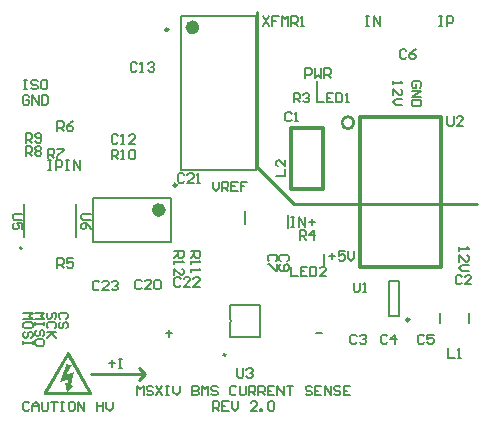
<source format=gto>
G04*
G04 #@! TF.GenerationSoftware,Altium Limited,Altium Designer,20.0.13 (296)*
G04*
G04 Layer_Color=65535*
%FSLAX25Y25*%
%MOIN*%
G70*
G01*
G75*
%ADD10C,0.00787*%
%ADD11C,0.02362*%
%ADD12C,0.00984*%
%ADD13C,0.01000*%
%ADD14C,0.00600*%
%ADD15C,0.01200*%
%ADD16C,0.00591*%
G36*
X19530Y21423D02*
X19623Y21377D01*
X19646Y21354D01*
X19692Y21308D01*
X19808Y21169D01*
X27282Y8026D01*
X27305Y8002D01*
X27329Y7956D01*
X27352Y7863D01*
Y7748D01*
Y7725D01*
Y7655D01*
X27305Y7563D01*
X27259Y7447D01*
X27236Y7424D01*
X27213Y7378D01*
X27143Y7308D01*
X27051Y7239D01*
X27028D01*
X26958Y7216D01*
X26866Y7192D01*
X26704Y7169D01*
X11616D01*
X11524Y7192D01*
X11431Y7239D01*
X11408Y7262D01*
X11385Y7308D01*
X11246Y7447D01*
Y7470D01*
X11223Y7540D01*
X11200Y7632D01*
X11177Y7725D01*
Y7748D01*
Y7817D01*
Y7910D01*
X11200Y7979D01*
Y8002D01*
X11223Y8026D01*
X11293Y8072D01*
X18790Y21169D01*
X18813Y21192D01*
X18836Y21238D01*
X18975Y21377D01*
X18998Y21400D01*
X19068Y21423D01*
X19160Y21447D01*
X19322Y21470D01*
X19438D01*
X19530Y21423D01*
D02*
G37*
%LPC*%
G36*
X19299Y20035D02*
X12496Y8187D01*
X25986D01*
X19299Y20035D01*
D02*
G37*
%LPD*%
G36*
X19530Y17305D02*
X20595Y17189D01*
X18697Y13787D01*
X21359Y14829D01*
X20201Y10455D01*
X21266Y10386D01*
X18975Y8280D01*
X18119Y11219D01*
X19045Y10756D01*
X19554Y12630D01*
X16638Y11496D01*
X18790Y17976D01*
X19530Y17305D01*
D02*
G37*
D10*
X3937Y56201D02*
G03*
X3937Y56201I-394J0D01*
G01*
X73154Y31250D02*
G03*
X73154Y32530I0J640D01*
G01*
X92520Y62795D02*
Y67126D01*
X78347Y64370D02*
Y68701D01*
X56807Y82122D02*
X82004D01*
X56807Y133697D02*
X82004D01*
Y82122D02*
Y133697D01*
X56807Y82122D02*
Y133697D01*
X73154Y26713D02*
X83390D01*
Y37067D01*
X73154D02*
X83390D01*
X73154Y32530D02*
Y37067D01*
Y26713D02*
Y31250D01*
X27461Y58268D02*
Y72835D01*
X53445Y58268D02*
Y72835D01*
X27461Y58268D02*
X53445D01*
X27461Y72835D02*
X53445D01*
X126398Y33504D02*
X129547D01*
X126398Y45315D02*
X129547D01*
Y33504D02*
Y45315D01*
X126398Y33504D02*
Y45315D01*
X143239Y31259D02*
Y34409D01*
X153082Y31259D02*
Y34409D01*
D11*
X61925Y129760D02*
G03*
X61925Y129760I-1181J0D01*
G01*
X50689Y68898D02*
G03*
X50689Y68898I-1181J0D01*
G01*
D12*
X52673Y129071D02*
G03*
X52673Y129071I-492J0D01*
G01*
X55512Y77165D02*
G03*
X55512Y77165I-492J0D01*
G01*
X132992Y32323D02*
G03*
X132992Y32323I-492J0D01*
G01*
D13*
X71359Y20864D02*
G03*
X71433Y20872I74J-307D01*
G01*
X114591Y97992D02*
G03*
X114591Y97992I-2008J0D01*
G01*
X82284Y83071D02*
Y135039D01*
Y83071D02*
X94488Y70866D01*
X155512D01*
X155535Y70842D01*
X27000Y14169D02*
X45000D01*
X43000Y16169D02*
X45000Y14169D01*
X43000Y12169D02*
X45000Y14169D01*
D14*
X22036Y59743D02*
Y70965D01*
X4736Y59743D02*
Y70965D01*
D15*
X116520Y99961D02*
X143567D01*
Y49961D02*
Y99961D01*
X116520Y49961D02*
X143567D01*
X116520D02*
Y99961D01*
X93567Y96126D02*
X104433D01*
X93567Y75850D02*
Y96126D01*
Y75850D02*
X104433D01*
Y96126D01*
D16*
X104685Y50668D02*
Y54252D01*
X102402Y108346D02*
Y111931D01*
X4475Y112258D02*
X5525D01*
X5000D01*
Y109109D01*
X4475D01*
X5525D01*
X9198Y111733D02*
X8673Y112258D01*
X7624D01*
X7099Y111733D01*
Y111208D01*
X7624Y110683D01*
X8673D01*
X9198Y110159D01*
Y109634D01*
X8673Y109109D01*
X7624D01*
X7099Y109634D01*
X11822Y112258D02*
X10772D01*
X10247Y111733D01*
Y109634D01*
X10772Y109109D01*
X11822D01*
X12347Y109634D01*
Y111733D01*
X11822Y112258D01*
X6312Y106537D02*
X5787Y107062D01*
X4737D01*
X4213Y106537D01*
Y104438D01*
X4737Y103913D01*
X5787D01*
X6312Y104438D01*
Y105488D01*
X5262D01*
X7361Y103913D02*
Y107062D01*
X9460Y103913D01*
Y107062D01*
X10510D02*
Y103913D01*
X12084D01*
X12609Y104438D01*
Y106537D01*
X12084Y107062D01*
X10510D01*
X149669Y56397D02*
Y55347D01*
Y55872D01*
X152818D01*
X152293Y56397D01*
X149669Y51674D02*
Y53773D01*
X151768Y51674D01*
X152293D01*
X152818Y52198D01*
Y53248D01*
X152293Y53773D01*
X152818Y50624D02*
X150719D01*
X149669Y49575D01*
X150719Y48525D01*
X152818D01*
X42358Y7141D02*
Y10289D01*
X43407Y9240D01*
X44457Y10289D01*
Y7141D01*
X47605Y9764D02*
X47081Y10289D01*
X46031D01*
X45507Y9764D01*
Y9240D01*
X46031Y8715D01*
X47081D01*
X47605Y8190D01*
Y7665D01*
X47081Y7141D01*
X46031D01*
X45507Y7665D01*
X48655Y10289D02*
X50754Y7141D01*
Y10289D02*
X48655Y7141D01*
X51804Y10289D02*
X52853D01*
X52328D01*
Y7141D01*
X51804D01*
X52853D01*
X54427Y10289D02*
Y8190D01*
X55477Y7141D01*
X56526Y8190D01*
Y10289D01*
X60725D02*
Y7141D01*
X62299D01*
X62824Y7665D01*
Y8190D01*
X62299Y8715D01*
X60725D01*
X62299D01*
X62824Y9240D01*
Y9764D01*
X62299Y10289D01*
X60725D01*
X63873Y7141D02*
Y10289D01*
X64923Y9240D01*
X65972Y10289D01*
Y7141D01*
X69121Y9764D02*
X68596Y10289D01*
X67547D01*
X67022Y9764D01*
Y9240D01*
X67547Y8715D01*
X68596D01*
X69121Y8190D01*
Y7665D01*
X68596Y7141D01*
X67547D01*
X67022Y7665D01*
X75418Y9764D02*
X74893Y10289D01*
X73844D01*
X73319Y9764D01*
Y7665D01*
X73844Y7141D01*
X74893D01*
X75418Y7665D01*
X76468Y10289D02*
Y7665D01*
X76992Y7141D01*
X78042D01*
X78567Y7665D01*
Y10289D01*
X79616Y7141D02*
Y10289D01*
X81191D01*
X81715Y9764D01*
Y8715D01*
X81191Y8190D01*
X79616D01*
X80666D02*
X81715Y7141D01*
X82765D02*
Y10289D01*
X84339D01*
X84864Y9764D01*
Y8715D01*
X84339Y8190D01*
X82765D01*
X83814D02*
X84864Y7141D01*
X88012Y10289D02*
X85913D01*
Y7141D01*
X88012D01*
X85913Y8715D02*
X86963D01*
X89062Y7141D02*
Y10289D01*
X91161Y7141D01*
Y10289D01*
X92211D02*
X94310D01*
X93260D01*
Y7141D01*
X100607Y9764D02*
X100082Y10289D01*
X99032D01*
X98508Y9764D01*
Y9240D01*
X99032Y8715D01*
X100082D01*
X100607Y8190D01*
Y7665D01*
X100082Y7141D01*
X99032D01*
X98508Y7665D01*
X103755Y10289D02*
X101656D01*
Y7141D01*
X103755D01*
X101656Y8715D02*
X102706D01*
X104805Y7141D02*
Y10289D01*
X106904Y7141D01*
Y10289D01*
X110053Y9764D02*
X109528Y10289D01*
X108478D01*
X107954Y9764D01*
Y9240D01*
X108478Y8715D01*
X109528D01*
X110053Y8190D01*
Y7665D01*
X109528Y7141D01*
X108478D01*
X107954Y7665D01*
X113201Y10289D02*
X111102D01*
Y7141D01*
X113201D01*
X111102Y8715D02*
X112152D01*
X67547Y1945D02*
Y5094D01*
X69121D01*
X69646Y4569D01*
Y3519D01*
X69121Y2994D01*
X67547D01*
X68596D02*
X69646Y1945D01*
X72794Y5094D02*
X70695D01*
Y1945D01*
X72794D01*
X70695Y3519D02*
X71745D01*
X73844Y5094D02*
Y2994D01*
X74893Y1945D01*
X75943Y2994D01*
Y5094D01*
X82240Y1945D02*
X80141D01*
X82240Y4044D01*
Y4569D01*
X81715Y5094D01*
X80666D01*
X80141Y4569D01*
X83289Y1945D02*
Y2470D01*
X83814D01*
Y1945D01*
X83289D01*
X85913Y4569D02*
X86438Y5094D01*
X87488D01*
X88012Y4569D01*
Y2470D01*
X87488Y1945D01*
X86438D01*
X85913Y2470D01*
Y4569D01*
X6360Y4494D02*
X5835Y5019D01*
X4786D01*
X4261Y4494D01*
Y2395D01*
X4786Y1871D01*
X5835D01*
X6360Y2395D01*
X7409Y1871D02*
Y3970D01*
X8459Y5019D01*
X9508Y3970D01*
Y1871D01*
Y3445D01*
X7409D01*
X10558Y5019D02*
Y2395D01*
X11083Y1871D01*
X12132D01*
X12657Y2395D01*
Y5019D01*
X13706D02*
X15806D01*
X14756D01*
Y1871D01*
X16855Y5019D02*
X17905D01*
X17380D01*
Y1871D01*
X16855D01*
X17905D01*
X21053Y5019D02*
X20004D01*
X19479Y4494D01*
Y2395D01*
X20004Y1871D01*
X21053D01*
X21578Y2395D01*
Y4494D01*
X21053Y5019D01*
X22627Y1871D02*
Y5019D01*
X24727Y1871D01*
Y5019D01*
X28925D02*
Y1871D01*
Y3445D01*
X31024D01*
Y5019D01*
Y1871D01*
X32073Y5019D02*
Y2920D01*
X33123Y1871D01*
X34172Y2920D01*
Y5019D01*
X98425Y112992D02*
Y116141D01*
X99999D01*
X100524Y115616D01*
Y114566D01*
X99999Y114042D01*
X98425D01*
X101574Y116141D02*
Y112992D01*
X102623Y114042D01*
X103673Y112992D01*
Y116141D01*
X104722Y112992D02*
Y116141D01*
X106297D01*
X106821Y115616D01*
Y114566D01*
X106297Y114042D01*
X104722D01*
X105772D02*
X106821Y112992D01*
X54000Y27744D02*
X51901D01*
X52951Y28793D02*
Y26694D01*
X104000Y27744D02*
X101901D01*
X33000Y17744D02*
X35099D01*
X34049Y18793D02*
Y16694D01*
X36149Y19318D02*
X37198D01*
X36673D01*
Y16169D01*
X36149D01*
X37198D01*
X142913Y133464D02*
X143963D01*
X143438D01*
Y130315D01*
X142913D01*
X143963D01*
X145537D02*
Y133464D01*
X147111D01*
X147636Y132939D01*
Y131889D01*
X147111Y131365D01*
X145537D01*
X118504Y133464D02*
X119553D01*
X119029D01*
Y130315D01*
X118504D01*
X119553D01*
X121128D02*
Y133464D01*
X123227Y130315D01*
Y133464D01*
X127559Y111811D02*
Y110761D01*
Y111286D01*
X130708D01*
X130183Y111811D01*
X127559Y107088D02*
Y109187D01*
X129658Y107088D01*
X130183D01*
X130708Y107613D01*
Y108662D01*
X130183Y109187D01*
X130708Y106039D02*
X128609D01*
X127559Y104989D01*
X128609Y103939D01*
X130708D01*
X136482Y109712D02*
X137007Y110237D01*
Y111286D01*
X136482Y111811D01*
X134383D01*
X133858Y111286D01*
Y110237D01*
X134383Y109712D01*
X135433D01*
Y110761D01*
X133858Y108662D02*
X137007D01*
X133858Y106563D01*
X137007D01*
Y105514D02*
X133858D01*
Y103939D01*
X134383Y103415D01*
X136482D01*
X137007Y103939D01*
Y105514D01*
X67456Y78346D02*
Y76247D01*
X68506Y75197D01*
X69555Y76247D01*
Y78346D01*
X70604Y75197D02*
Y78346D01*
X72179D01*
X72704Y77821D01*
Y76772D01*
X72179Y76247D01*
X70604D01*
X71654D02*
X72704Y75197D01*
X75852Y78346D02*
X73753D01*
Y75197D01*
X75852D01*
X73753Y76772D02*
X74803D01*
X79001Y78346D02*
X76902D01*
Y76772D01*
X77951D01*
X76902D01*
Y75197D01*
X93702Y66535D02*
X94752D01*
X94227D01*
Y63386D01*
X93702D01*
X94752D01*
X96326D02*
Y66535D01*
X98425Y63386D01*
Y66535D01*
X99475Y64961D02*
X101574D01*
X100524Y66010D02*
Y63911D01*
X12598Y86221D02*
Y89369D01*
X14173D01*
X14697Y88844D01*
Y87795D01*
X14173Y87270D01*
X12598D01*
X13648D02*
X14697Y86221D01*
X15747Y89369D02*
X17846D01*
Y88844D01*
X15747Y86745D01*
Y86221D01*
X35957Y93569D02*
X35433Y94094D01*
X34383D01*
X33858Y93569D01*
Y91470D01*
X34383Y90945D01*
X35433D01*
X35957Y91470D01*
X37007Y90945D02*
X38056D01*
X37532D01*
Y94094D01*
X37007Y93569D01*
X41730Y90945D02*
X39631D01*
X41730Y93044D01*
Y93569D01*
X41205Y94094D01*
X40156D01*
X39631Y93569D01*
X18766Y32547D02*
X19290Y33071D01*
Y34121D01*
X18766Y34646D01*
X16667D01*
X16142Y34121D01*
Y33071D01*
X16667Y32547D01*
X18766Y29398D02*
X19290Y29923D01*
Y30972D01*
X18766Y31497D01*
X18241D01*
X17716Y30972D01*
Y29923D01*
X17191Y29398D01*
X16667D01*
X16142Y29923D01*
Y30972D01*
X16667Y31497D01*
X14829Y32547D02*
X15353Y33071D01*
Y34121D01*
X14829Y34646D01*
X14304D01*
X13779Y34121D01*
Y33071D01*
X13254Y32547D01*
X12730D01*
X12205Y33071D01*
Y34121D01*
X12730Y34646D01*
X14829Y29398D02*
X15353Y29923D01*
Y30972D01*
X14829Y31497D01*
X12730D01*
X12205Y30972D01*
Y29923D01*
X12730Y29398D01*
X15353Y28348D02*
X12205D01*
X13254D01*
X15353Y26249D01*
X13779Y27824D01*
X12205Y26249D01*
X8268Y34646D02*
X11416D01*
X10367Y33596D01*
X11416Y32547D01*
X8268D01*
X11416Y31497D02*
Y30448D01*
Y30972D01*
X8268D01*
Y31497D01*
Y30448D01*
X10892Y26774D02*
X11416Y27299D01*
Y28348D01*
X10892Y28873D01*
X10367D01*
X9842Y28348D01*
Y27299D01*
X9317Y26774D01*
X8793D01*
X8268Y27299D01*
Y28348D01*
X8793Y28873D01*
X11416Y24150D02*
Y25200D01*
X10892Y25725D01*
X8793D01*
X8268Y25200D01*
Y24150D01*
X8793Y23626D01*
X10892D01*
X11416Y24150D01*
X4331Y34646D02*
X7479D01*
X6430Y33596D01*
X7479Y32547D01*
X4331D01*
X7479Y29923D02*
Y30972D01*
X6955Y31497D01*
X4856D01*
X4331Y30972D01*
Y29923D01*
X4856Y29398D01*
X6955D01*
X7479Y29923D01*
X6955Y26249D02*
X7479Y26774D01*
Y27824D01*
X6955Y28348D01*
X6430D01*
X5905Y27824D01*
Y26774D01*
X5380Y26249D01*
X4856D01*
X4331Y26774D01*
Y27824D01*
X4856Y28348D01*
X7479Y25200D02*
Y24150D01*
Y24675D01*
X4331D01*
Y25200D01*
Y24150D01*
X84252Y133464D02*
X86351Y130315D01*
Y133464D02*
X84252Y130315D01*
X89500Y133464D02*
X87401D01*
Y131889D01*
X88450D01*
X87401D01*
Y130315D01*
X90549D02*
Y133464D01*
X91599Y132414D01*
X92648Y133464D01*
Y130315D01*
X93698D02*
Y133464D01*
X95272D01*
X95797Y132939D01*
Y131889D01*
X95272Y131365D01*
X93698D01*
X94747D02*
X95797Y130315D01*
X96846D02*
X97896D01*
X97371D01*
Y133464D01*
X96846Y132939D01*
X15748Y95276D02*
Y98424D01*
X17322D01*
X17847Y97899D01*
Y96850D01*
X17322Y96325D01*
X15748D01*
X16798D02*
X17847Y95276D01*
X20996Y98424D02*
X19946Y97899D01*
X18897Y96850D01*
Y95800D01*
X19421Y95276D01*
X20471D01*
X20996Y95800D01*
Y96325D01*
X20471Y96850D01*
X18897D01*
X54724Y55118D02*
X57873D01*
Y53544D01*
X57348Y53019D01*
X56299D01*
X55774Y53544D01*
Y55118D01*
Y54069D02*
X54724Y53019D01*
Y51969D02*
Y50920D01*
Y51445D01*
X57873D01*
X57348Y51969D01*
X54724Y47247D02*
Y49346D01*
X56823Y47247D01*
X57348D01*
X57873Y47771D01*
Y48821D01*
X57348Y49346D01*
X60236Y55118D02*
X63385D01*
Y53544D01*
X62860Y53019D01*
X61810D01*
X61286Y53544D01*
Y55118D01*
Y54069D02*
X60236Y53019D01*
Y51969D02*
Y50920D01*
Y51445D01*
X63385D01*
X62860Y51969D01*
X60236Y49346D02*
Y48296D01*
Y48821D01*
X63385D01*
X62860Y49346D01*
X33858Y85827D02*
Y88975D01*
X35433D01*
X35957Y88451D01*
Y87401D01*
X35433Y86876D01*
X33858D01*
X34908D02*
X35957Y85827D01*
X37007D02*
X38056D01*
X37532D01*
Y88975D01*
X37007Y88451D01*
X39631D02*
X40156Y88975D01*
X41205D01*
X41730Y88451D01*
Y86352D01*
X41205Y85827D01*
X40156D01*
X39631Y86352D01*
Y88451D01*
X29658Y44750D02*
X29133Y45275D01*
X28084D01*
X27559Y44750D01*
Y42651D01*
X28084Y42126D01*
X29133D01*
X29658Y42651D01*
X32807Y42126D02*
X30708D01*
X32807Y44225D01*
Y44750D01*
X32282Y45275D01*
X31232D01*
X30708Y44750D01*
X33856D02*
X34381Y45275D01*
X35430D01*
X35955Y44750D01*
Y44225D01*
X35430Y43700D01*
X34906D01*
X35430D01*
X35955Y43176D01*
Y42651D01*
X35430Y42126D01*
X34381D01*
X33856Y42651D01*
X56823Y45931D02*
X56299Y46456D01*
X55249D01*
X54724Y45931D01*
Y43832D01*
X55249Y43307D01*
X56299D01*
X56823Y43832D01*
X59972Y43307D02*
X57873D01*
X59972Y45406D01*
Y45931D01*
X59447Y46456D01*
X58398D01*
X57873Y45931D01*
X63121Y43307D02*
X61022D01*
X63121Y45406D01*
Y45931D01*
X62596Y46456D01*
X61546D01*
X61022Y45931D01*
X58005Y80577D02*
X57480Y81101D01*
X56430D01*
X55905Y80577D01*
Y78478D01*
X56430Y77953D01*
X57480D01*
X58005Y78478D01*
X61153Y77953D02*
X59054D01*
X61153Y80052D01*
Y80577D01*
X60628Y81101D01*
X59579D01*
X59054Y80577D01*
X62203Y77953D02*
X63252D01*
X62727D01*
Y81101D01*
X62203Y80577D01*
X43831Y45143D02*
X43307Y45668D01*
X42257D01*
X41732Y45143D01*
Y43044D01*
X42257Y42520D01*
X43307D01*
X43831Y43044D01*
X46980Y42520D02*
X44881D01*
X46980Y44619D01*
Y45143D01*
X46455Y45668D01*
X45406D01*
X44881Y45143D01*
X48030D02*
X48554Y45668D01*
X49604D01*
X50129Y45143D01*
Y43044D01*
X49604Y42520D01*
X48554D01*
X48030Y43044D01*
Y45143D01*
X15748Y49606D02*
Y52755D01*
X17322D01*
X17847Y52230D01*
Y51181D01*
X17322Y50656D01*
X15748D01*
X16798D02*
X17847Y49606D01*
X20996Y52755D02*
X18897D01*
Y51181D01*
X19946Y51705D01*
X20471D01*
X20996Y51181D01*
Y50131D01*
X20471Y49606D01*
X19421D01*
X18897Y50131D01*
X26771Y67716D02*
X24147D01*
X23622Y67192D01*
Y66142D01*
X24147Y65618D01*
X26771D01*
Y62469D02*
X26246Y63518D01*
X25196Y64568D01*
X24147D01*
X23622Y64043D01*
Y62994D01*
X24147Y62469D01*
X24672D01*
X25196Y62994D01*
Y64568D01*
X3936Y67716D02*
X1312D01*
X787Y67192D01*
Y66142D01*
X1312Y65618D01*
X3936D01*
Y62469D02*
Y64568D01*
X2362D01*
X2887Y63518D01*
Y62994D01*
X2362Y62469D01*
X1312D01*
X787Y62994D01*
Y64043D01*
X1312Y64568D01*
X75614Y16141D02*
Y13517D01*
X76139Y12992D01*
X77188D01*
X77713Y13517D01*
Y16141D01*
X78763Y15616D02*
X79287Y16141D01*
X80337D01*
X80862Y15616D01*
Y15091D01*
X80337Y14566D01*
X79812D01*
X80337D01*
X80862Y14042D01*
Y13517D01*
X80337Y12992D01*
X79287D01*
X78763Y13517D01*
X114500Y44718D02*
Y42094D01*
X115025Y41569D01*
X116074D01*
X116599Y42094D01*
Y44718D01*
X117649Y41569D02*
X118698D01*
X118173D01*
Y44718D01*
X117649Y44193D01*
X145700Y100118D02*
Y97494D01*
X146225Y96969D01*
X147274D01*
X147799Y97494D01*
Y100118D01*
X150948Y96969D02*
X148849D01*
X150948Y99068D01*
Y99593D01*
X150423Y100118D01*
X149373D01*
X148849Y99593D01*
X18504Y85432D02*
X19554D01*
X19029D01*
Y82284D01*
X18504D01*
X19554D01*
X21128D02*
Y85432D01*
X23227Y82284D01*
Y85432D01*
X12598D02*
X13648D01*
X13123D01*
Y82284D01*
X12598D01*
X13648D01*
X15222D02*
Y85432D01*
X16797D01*
X17321Y84907D01*
Y83858D01*
X16797Y83333D01*
X15222D01*
X106299Y53543D02*
X108398D01*
X107349Y54592D02*
Y52493D01*
X111547Y55117D02*
X109448D01*
Y53543D01*
X110497Y54068D01*
X111022D01*
X111547Y53543D01*
Y52493D01*
X111022Y51968D01*
X109973D01*
X109448Y52493D01*
X112596Y55117D02*
Y53018D01*
X113646Y51968D01*
X114696Y53018D01*
Y55117D01*
X5118Y91339D02*
Y94487D01*
X6692D01*
X7217Y93962D01*
Y92913D01*
X6692Y92388D01*
X5118D01*
X6168D02*
X7217Y91339D01*
X8267Y91863D02*
X8792Y91339D01*
X9841D01*
X10366Y91863D01*
Y93962D01*
X9841Y94487D01*
X8792D01*
X8267Y93962D01*
Y93438D01*
X8792Y92913D01*
X10366D01*
X5118Y87008D02*
Y90157D01*
X6692D01*
X7217Y89632D01*
Y88582D01*
X6692Y88057D01*
X5118D01*
X6168D02*
X7217Y87008D01*
X8267Y89632D02*
X8792Y90157D01*
X9841D01*
X10366Y89632D01*
Y89107D01*
X9841Y88582D01*
X10366Y88057D01*
Y87533D01*
X9841Y87008D01*
X8792D01*
X8267Y87533D01*
Y88057D01*
X8792Y88582D01*
X8267Y89107D01*
Y89632D01*
X8792Y88582D02*
X9841D01*
X96457Y59055D02*
Y62204D01*
X98031D01*
X98556Y61679D01*
Y60629D01*
X98031Y60105D01*
X96457D01*
X97506D02*
X98556Y59055D01*
X101180D02*
Y62204D01*
X99605Y60629D01*
X101704D01*
X94488Y104724D02*
Y107873D01*
X96062D01*
X96587Y107348D01*
Y106299D01*
X96062Y105774D01*
X94488D01*
X95538D02*
X96587Y104724D01*
X97637Y107348D02*
X98162Y107873D01*
X99211D01*
X99736Y107348D01*
Y106824D01*
X99211Y106299D01*
X98686D01*
X99211D01*
X99736Y105774D01*
Y105249D01*
X99211Y104724D01*
X98162D01*
X97637Y105249D01*
X93701Y49999D02*
Y46850D01*
X95800D01*
X98948Y49999D02*
X96849D01*
Y46850D01*
X98948D01*
X96849Y48425D02*
X97899D01*
X99998Y49999D02*
Y46850D01*
X101572D01*
X102097Y47375D01*
Y49474D01*
X101572Y49999D01*
X99998D01*
X105246Y46850D02*
X103147D01*
X105246Y48950D01*
Y49474D01*
X104721Y49999D01*
X103671D01*
X103147Y49474D01*
X102362Y107873D02*
Y104724D01*
X104461D01*
X107610Y107873D02*
X105511D01*
Y104724D01*
X107610D01*
X105511Y106299D02*
X106560D01*
X108659Y107873D02*
Y104724D01*
X110234D01*
X110758Y105249D01*
Y107348D01*
X110234Y107873D01*
X108659D01*
X111808Y104724D02*
X112857D01*
X112333D01*
Y107873D01*
X111808Y107348D01*
X88584Y80315D02*
X91732D01*
Y82414D01*
Y85563D02*
Y83464D01*
X89633Y85563D01*
X89109D01*
X88584Y85038D01*
Y83988D01*
X89109Y83464D01*
X42257Y117585D02*
X41732Y118109D01*
X40682D01*
X40157Y117585D01*
Y115485D01*
X40682Y114961D01*
X41732D01*
X42257Y115485D01*
X43306Y114961D02*
X44356D01*
X43831D01*
Y118109D01*
X43306Y117585D01*
X45930D02*
X46455Y118109D01*
X47504D01*
X48029Y117585D01*
Y117060D01*
X47504Y116535D01*
X46979D01*
X47504D01*
X48029Y116010D01*
Y115485D01*
X47504Y114961D01*
X46455D01*
X45930Y115485D01*
X132020Y121915D02*
X131496Y122440D01*
X130446D01*
X129921Y121915D01*
Y119816D01*
X130446Y119291D01*
X131496D01*
X132020Y119816D01*
X135169Y122440D02*
X134119Y121915D01*
X133070Y120866D01*
Y119816D01*
X133595Y119291D01*
X134644D01*
X135169Y119816D01*
Y120341D01*
X134644Y120866D01*
X133070D01*
X92388Y51838D02*
X92912Y52363D01*
Y53412D01*
X92388Y53937D01*
X90289D01*
X89764Y53412D01*
Y52363D01*
X90289Y51838D01*
Y50788D02*
X89764Y50264D01*
Y49214D01*
X90289Y48689D01*
X92388D01*
X92912Y49214D01*
Y50264D01*
X92388Y50788D01*
X91863D01*
X91338Y50264D01*
Y48689D01*
X88451Y51838D02*
X88975Y52363D01*
Y53412D01*
X88451Y53937D01*
X86352D01*
X85827Y53412D01*
Y52363D01*
X86352Y51838D01*
X88975Y50788D02*
Y48689D01*
X88451D01*
X86352Y50788D01*
X85827D01*
X115508Y26862D02*
X114984Y27386D01*
X113934D01*
X113409Y26862D01*
Y24763D01*
X113934Y24238D01*
X114984D01*
X115508Y24763D01*
X116558Y26862D02*
X117083Y27386D01*
X118132D01*
X118657Y26862D01*
Y26337D01*
X118132Y25812D01*
X117608D01*
X118132D01*
X118657Y25287D01*
Y24763D01*
X118132Y24238D01*
X117083D01*
X116558Y24763D01*
X137999Y26862D02*
X137474Y27386D01*
X136425D01*
X135900Y26862D01*
Y24763D01*
X136425Y24238D01*
X137474D01*
X137999Y24763D01*
X141148Y27386D02*
X139049D01*
Y25812D01*
X140098Y26337D01*
X140623D01*
X141148Y25812D01*
Y24763D01*
X140623Y24238D01*
X139573D01*
X139049Y24763D01*
X150548Y46718D02*
X150023Y47243D01*
X148974D01*
X148449Y46718D01*
Y44619D01*
X148974Y44094D01*
X150023D01*
X150548Y44619D01*
X153697Y44094D02*
X151597D01*
X153697Y46194D01*
Y46718D01*
X153172Y47243D01*
X152122D01*
X151597Y46718D01*
X93831Y101049D02*
X93307Y101574D01*
X92257D01*
X91732Y101049D01*
Y98950D01*
X92257Y98425D01*
X93307D01*
X93831Y98950D01*
X94881Y98425D02*
X95930D01*
X95406D01*
Y101574D01*
X94881Y101049D01*
X125699Y26862D02*
X125174Y27386D01*
X124125D01*
X123600Y26862D01*
Y24763D01*
X124125Y24238D01*
X125174D01*
X125699Y24763D01*
X128323Y24238D02*
Y27386D01*
X126749Y25812D01*
X128848D01*
X146087Y22834D02*
Y19685D01*
X148186D01*
X149235D02*
X150285D01*
X149760D01*
Y22834D01*
X149235Y22309D01*
M02*

</source>
